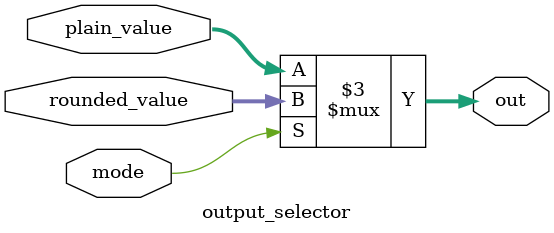
<source format=sv>

module dynamic_rounder #(
    parameter W = 16
)(
    input  [W+2:0] in,
    input          mode,
    output [W-1:0] out
);

    // Internal signals for submodule connections
    wire [W-1:0] addend_wire;
    wire         round_bit_wire;
    wire [2:0]   adder_sum_wire;
    wire         adder_cout_wire;
    wire [W-1:0] rounded_wire;

    // Extract addend part (bits [W+2:3])
    assign addend_wire = in[W+2:3];

    // Calculate the rounding bit (OR reduction of in[2:0])
    round_bit_generator u_round_bit_generator (
        .in_bits    (in[2:0]),
        .round_bit  (round_bit_wire)
    );

    // 3-bit Kogge-Stone adder for LSB rounding
    kogge_stone_adder_3bit u_kogge_stone_adder_3bit (
        .a      (addend_wire[2:0]),
        .b      ({2'b00, round_bit_wire}),
        .sum    (adder_sum_wire),
        .cout   (adder_cout_wire)
    );

    // Combine the rounded LSBs with the untouched MSBs
    rounded_result_combiner #(.W(W)) u_rounded_result_combiner (
        .orig_addend (addend_wire),
        .lsb_sum     (adder_sum_wire),
        .final_sum   (rounded_wire)
    );

    // Output selection based on mode
    output_selector #(.W(W)) u_output_selector (
        .mode          (mode),
        .rounded_value (rounded_wire),
        .plain_value   (addend_wire),
        .out           (out)
    );

endmodule

//------------------------------------------------------------------------------
// Submodule: round_bit_generator
// Purpose: Performs OR reduction to produce the rounding bit from 3 LSBs
//------------------------------------------------------------------------------
module round_bit_generator (
    input  [2:0] in_bits,
    output       round_bit
);
    assign round_bit = |in_bits;
endmodule

//------------------------------------------------------------------------------
// Submodule: kogge_stone_adder_3bit
// Purpose: 3-bit Kogge-Stone parallel prefix adder for LSB rounding
//------------------------------------------------------------------------------
module kogge_stone_adder_3bit (
    input  [2:0] a,
    input  [2:0] b,
    output [2:0] sum,
    output       cout
);
    wire [2:0] g, p;
    wire [2:0] c;

    // Generate and propagate signals
    assign g = a & b;
    assign p = a ^ b;

    // Carry chain
    assign c[0] = 1'b0;
    assign c[1] = g[0];
    assign c[2] = g[1] | (p[1] & g[0]);

    // Sums
    assign sum[0] = p[0] ^ c[0];
    assign sum[1] = p[1] ^ c[1];
    assign sum[2] = p[2] ^ c[2];

    // Final carry-out
    assign cout = g[2] | (p[2] & g[1]) | (p[2] & p[1] & g[0]);
endmodule

//------------------------------------------------------------------------------
// Submodule: rounded_result_combiner
// Purpose: Combines the adder result with untouched MSBs to form the final sum
//------------------------------------------------------------------------------
module rounded_result_combiner #(
    parameter W = 16
)(
    input  [W-1:0] orig_addend,
    input  [2:0]   lsb_sum,
    output [W-1:0] final_sum
);
    assign final_sum[2:0]   = lsb_sum;
    assign final_sum[W-1:3] = orig_addend[W-1:3];
endmodule

//------------------------------------------------------------------------------
// Submodule: output_selector
// Purpose: Selects between rounded or plain addend based on mode
//------------------------------------------------------------------------------
module output_selector #(
    parameter W = 16
)(
    input              mode,
    input  [W-1:0]     rounded_value,
    input  [W-1:0]     plain_value,
    output reg [W-1:0] out
);
    always @(*) begin
        if (mode)
            out = rounded_value;
        else
            out = plain_value;
    end
endmodule
</source>
